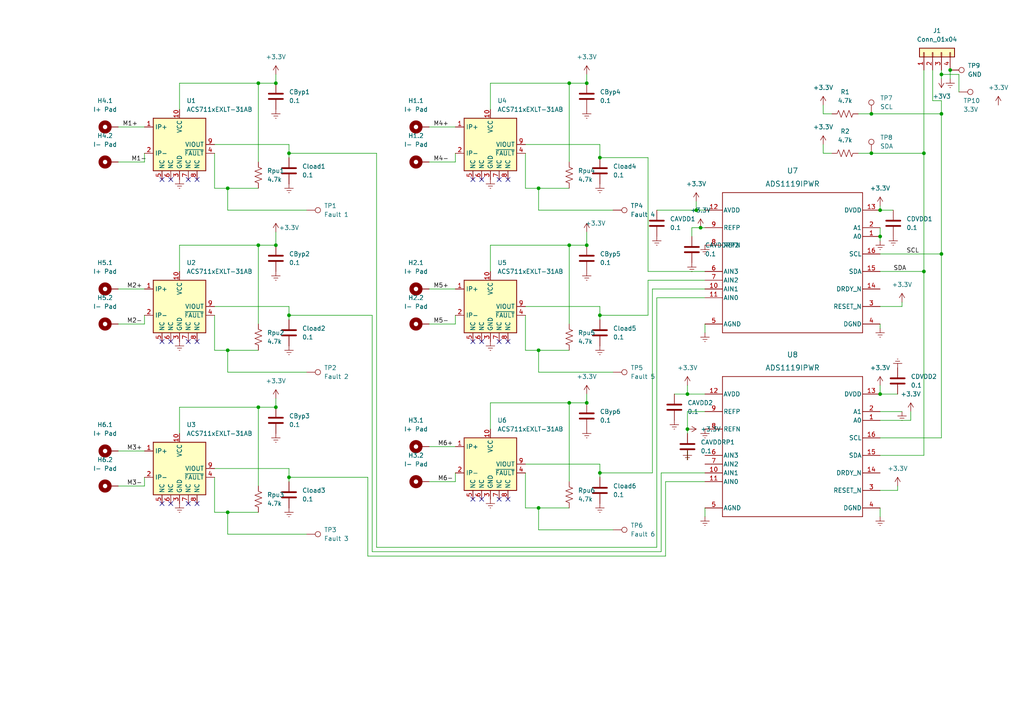
<source format=kicad_sch>
(kicad_sch (version 20230121) (generator eeschema)
  (paper "A4")
  (lib_symbols
    (symbol "+3.3V_1" (power) (pin_names (offset 0))
      (property "Value" "+3.3V_1" (at 0 3.556 0))
      (symbol "+3.3V_1_0_1"
        (polyline (pts (xy -0.762 1.27) (xy 0 2.54)))
        (polyline (pts (xy 0 0) (xy 0 2.54)))
        (polyline (pts (xy 0 2.54) (xy 0.762 1.27)))
      )
      (symbol "+3.3V_1_1_1"
        (pin power_in line (at 0 0 90) (length 0) hide (name "+3V3") (number "1"))
      )
    )
    (symbol "2023-10-21_17-11-10:ADS1119IPWR" (pin_names (offset 0.254))
      (property "Reference" "U" (at 0 2.54 0))
      (property "Value" "ADS1119IPWR" (at 0 0 0))
      (symbol "ADS1119IPWR_0_1"
        (polyline (pts (xy -20.32 -20.32) (xy 20.32 -20.32)) (stroke (width 0.2032)))
        (polyline (pts (xy -20.32 20.32) (xy -20.32 -20.32)) (stroke (width 0.2032)))
        (polyline (pts (xy 20.32 -20.32) (xy 20.32 20.32)) (stroke (width 0.2032)))
        (polyline (pts (xy 20.32 20.32) (xy -20.32 20.32)) (stroke (width 0.2032)))
        (pin input line (at 25.4 7.62 180) (length 5.08) (name "A0") (number "1"))
        (pin input line (at -25.4 -7.62 0) (length 5.08) (name "AIN1") (number "10"))
        (pin input line (at -25.4 -10.16 0) (length 5.08) (name "AIN0") (number "11"))
        (pin power_in line (at -25.4 15.24 0) (length 5.08) (name "AVDD") (number "12"))
        (pin power_in line (at 25.4 15.24 180) (length 5.08) (name "DVDD") (number "13"))
        (pin output line (at 25.4 -7.62 180) (length 5.08) (name "DRDY_N") (number "14"))
        (pin bidirectional line (at 25.4 -2.54 180) (length 5.08) (name "SDA") (number "15"))
        (pin input line (at 25.4 2.54 180) (length 5.08) (name "SCL") (number "16"))
        (pin input line (at 25.4 10.16 180) (length 5.08) (name "A1") (number "2"))
        (pin input line (at 25.4 -12.7 180) (length 5.08) (name "RESET_N") (number "3"))
        (pin power_in line (at 25.4 -17.78 180) (length 5.08) (name "DGND") (number "4"))
        (pin power_in line (at -25.4 -17.78 0) (length 5.08) (name "AGND") (number "5"))
        (pin input line (at -25.4 -2.54 0) (length 5.08) (name "AIN3") (number "6"))
        (pin input line (at -25.4 -5.08 0) (length 5.08) (name "AIN2") (number "7"))
        (pin input line (at -25.4 5.08 0) (length 5.08) (name "REFN") (number "8"))
        (pin input line (at -25.4 10.16 0) (length 5.08) (name "REFP") (number "9"))
      )
    )
    (symbol "Connector:TestPoint" (pin_numbers hide) (pin_names (offset 0.762) hide)
      (property "Reference" "TP" (at 0 6.858 0))
      (property "Value" "TestPoint" (at 0 5.08 0))
      (symbol "TestPoint_0_1"
        (circle (center 0 3.302) (radius 0.762))
      )
      (symbol "TestPoint_1_1"
        (pin passive line (at 0 0 90) (length 2.54) (name "1") (number "1"))
      )
    )
    (symbol "Connector_Generic:Conn_01x04" (pin_names (offset 1.016) hide)
      (property "Reference" "J" (at 0 5.08 0))
      (property "Value" "Conn_01x04" (at 0 -7.62 0))
      (symbol "Conn_01x04_1_1"
        (rectangle (start -1.27 -4.953) (end 0 -5.207) (stroke (width 0.1524)))
        (rectangle (start -1.27 -2.413) (end 0 -2.667) (stroke (width 0.1524)))
        (rectangle (start -1.27 0.127) (end 0 -0.127) (stroke (width 0.1524)))
        (rectangle (start -1.27 2.667) (end 0 2.413) (stroke (width 0.1524)))
        (rectangle (start -1.27 3.81) (end 1.27 -6.35) (stroke (width 0.254)) (fill (type background)))
        (pin passive line (at -5.08 2.54 0) (length 3.81) (name "Pin_1") (number "1"))
        (pin passive line (at -5.08 0 0) (length 3.81) (name "Pin_2") (number "2"))
        (pin passive line (at -5.08 -2.54 0) (length 3.81) (name "Pin_3") (number "3"))
        (pin passive line (at -5.08 -5.08 0) (length 3.81) (name "Pin_4") (number "4"))
      )
    )
    (symbol "Device:C" (pin_numbers hide) (pin_names (offset 0.254))
      (property "Reference" "C" (at 0.635 2.54 0))
      (property "Value" "C" (at 0.635 -2.54 0))
      (symbol "C_0_1"
        (polyline (pts (xy -2.032 -0.762) (xy 2.032 -0.762)) (stroke (width 0.508)))
        (polyline (pts (xy -2.032 0.762) (xy 2.032 0.762)) (stroke (width 0.508)))
      )
      (symbol "C_1_1"
        (pin passive line (at 0 3.81 270) (length 2.794) (name "~") (number "1"))
        (pin passive line (at 0 -3.81 90) (length 2.794) (name "~") (number "2"))
      )
    )
    (symbol "Device:R_US" (pin_numbers hide) (pin_names (offset 0))
      (property "Reference" "R" (at 2.54 0 90))
      (property "Value" "R_US" (at -2.54 0 90))
      (symbol "R_US_0_1"
        (polyline (pts (xy 0 -2.286) (xy 0 -2.54)))
        (polyline (pts (xy 0 2.286) (xy 0 2.54)))
        (polyline (pts (xy 0 -0.762) (xy 1.016 -1.143) (xy 0 -1.524) (xy -1.016 -1.905) (xy 0 -2.286)))
        (polyline (pts (xy 0 0.762) (xy 1.016 0.381) (xy 0 0) (xy -1.016 -0.381) (xy 0 -0.762)))
        (polyline (pts (xy 0 2.286) (xy 1.016 1.905) (xy 0 1.524) (xy -1.016 1.143) (xy 0 0.762)))
      )
      (symbol "R_US_1_1"
        (pin passive line (at 0 3.81 270) (length 1.27) (name "~") (number "1"))
        (pin passive line (at 0 -3.81 90) (length 1.27) (name "~") (number "2"))
      )
    )
    (symbol "Mechanical:MountingHole_Pad" (pin_numbers hide) (pin_names (offset 1.016) hide)
      (property "Reference" "H" (at 0 6.35 0))
      (property "Value" "MountingHole_Pad" (at 0 4.445 0))
      (symbol "MountingHole_Pad_0_1"
        (circle (center 0 1.27) (radius 1.27) (stroke (width 1.27)))
      )
      (symbol "MountingHole_Pad_1_1"
        (pin input line (at 0 -2.54 90) (length 2.54) (name "1") (number "1"))
      )
    )
    (symbol "Sensor_Current:ACS711xEXLT-31AB"
      (property "Reference" "U" (at 8.89 6.35 0))
      (property "Value" "ACS711xEXLT-31AB" (at 8.89 3.81 0))
      (symbol "ACS711xEXLT-31AB_0_1"
        (rectangle (start -7.62 7.62) (end 7.62 -7.62) (stroke (width 0.254)) (fill (type background)))
      )
      (symbol "ACS711xEXLT-31AB_1_1"
        (pin passive line (at -10.16 5.08 0) (length 2.54) (name "IP+") (number "1"))
        (pin power_in line (at 0 10.16 270) (length 2.54) (name "VCC") (number "10"))
        (pin passive line (at -10.16 -2.54 0) (length 2.54) (name "IP-") (number "2"))
        (pin power_in line (at 0 -10.16 90) (length 2.54) (name "GND") (number "3"))
        (pin output line (at 10.16 -2.54 180) (length 2.54) (name "~{FAULT}") (number "4"))
        (pin passive line (at -5.08 -10.16 90) (length 2.54) (name "NC") (number "5"))
        (pin passive line (at -2.54 -10.16 90) (length 2.54) (name "NC") (number "6"))
        (pin passive line (at 2.54 -10.16 90) (length 2.54) (name "NC") (number "7"))
        (pin passive line (at 5.08 -10.16 90) (length 2.54) (name "NC") (number "8"))
        (pin output line (at 10.16 0 180) (length 2.54) (name "VIOUT") (number "9"))
      )
    )
    (symbol "power:+3.3V" (power) (pin_names (offset 0))
      (property "Value" "+3.3V" (at 0 3.556 0))
      (symbol "+3.3V_0_1"
        (polyline (pts (xy -0.762 1.27) (xy 0 2.54)))
        (polyline (pts (xy 0 0) (xy 0 2.54)))
        (polyline (pts (xy 0 2.54) (xy 0.762 1.27)))
      )
      (symbol "+3.3V_1_1"
        (pin power_in line (at 0 0 90) (length 0) hide (name "+3.3V") (number "1"))
      )
    )
    (symbol "power:Earth" (power) (pin_names (offset 0))
      (symbol "Earth_0_1"
        (polyline (pts (xy -0.635 -1.905) (xy 0.635 -1.905)))
        (polyline (pts (xy -0.127 -2.54) (xy 0.127 -2.54)))
        (polyline (pts (xy 0 -1.27) (xy 0 0)))
        (polyline (pts (xy 1.27 -1.27) (xy -1.27 -1.27)))
      )
      (symbol "Earth_1_1"
        (pin power_in line (at 0 0 270) (length 0) hide (name "Earth") (number "1"))
      )
    )
  )
  (junction (at 201.93 60.96))
  (junction (at 267.97 44.45))
  (junction (at 273.05 33.02))
  (junction (at 80.01 118.11))
  (junction (at 156.21 54.61))
  (junction (at 165.1 24.13))
  (junction (at 275.59 20.32))
  (junction (at 83.82 91.44))
  (junction (at 83.82 44.45))
  (junction (at 66.04 101.6))
  (junction (at 74.93 71.12))
  (junction (at 173.99 45.72))
  (junction (at 165.1 116.84))
  (junction (at 165.1 71.12))
  (junction (at 273.05 73.66))
  (junction (at 252.73 33.02))
  (junction (at 255.27 60.96))
  (junction (at 267.97 78.74))
  (junction (at 173.99 137.16))
  (junction (at 83.82 138.43))
  (junction (at 199.39 114.3))
  (junction (at 173.99 91.44))
  (junction (at 170.18 116.84))
  (junction (at 74.93 24.13))
  (junction (at 255.27 68.58))
  (junction (at 199.39 124.46))
  (junction (at 255.27 114.3))
  (junction (at 203.2 66.04))
  (junction (at 170.18 71.12))
  (junction (at 80.01 24.13))
  (junction (at 66.04 148.59))
  (junction (at 74.93 118.11))
  (junction (at 170.18 24.13))
  (junction (at 80.01 71.12))
  (junction (at 156.21 147.32))
  (junction (at 252.73 44.45))
  (junction (at 66.04 54.61))
  (junction (at 273.05 21.59))
  (junction (at 156.21 101.6))
  (no_connect (at 57.15 146.05))
  (no_connect (at 139.7 99.06))
  (no_connect (at 147.32 52.07))
  (no_connect (at 46.99 146.05))
  (no_connect (at 49.53 99.06))
  (no_connect (at 137.16 99.06))
  (no_connect (at 54.61 146.05))
  (no_connect (at 147.32 99.06))
  (no_connect (at 137.16 144.78))
  (no_connect (at 144.78 144.78))
  (no_connect (at 139.7 52.07))
  (no_connect (at 54.61 52.07))
  (no_connect (at 139.7 144.78))
  (no_connect (at 49.53 52.07))
  (no_connect (at 147.32 144.78))
  (no_connect (at 57.15 52.07))
  (no_connect (at 49.53 146.05))
  (no_connect (at 137.16 52.07))
  (no_connect (at 46.99 99.06))
  (no_connect (at 57.15 99.06))
  (no_connect (at 54.61 99.06))
  (no_connect (at 144.78 99.06))
  (no_connect (at 144.78 52.07))
  (no_connect (at 46.99 52.07))
  (wire (pts (xy 238.76 41.91) (xy 238.76 44.45)))
  (wire (pts (xy 52.07 71.12) (xy 74.93 71.12)))
  (wire (pts (xy 74.93 71.12) (xy 74.93 93.98)))
  (wire (pts (xy 255.27 114.3) (xy 260.35 114.3)))
  (wire (pts (xy 152.4 44.45) (xy 152.4 54.61)))
  (wire (pts (xy 66.04 154.94) (xy 88.9 154.94)))
  (wire (pts (xy 255.27 147.32) (xy 255.27 149.86)))
  (wire (pts (xy 52.07 118.11) (xy 74.93 118.11)))
  (wire (pts (xy 273.05 29.21) (xy 270.51 29.21)))
  (wire (pts (xy 170.18 67.31) (xy 170.18 71.12)))
  (wire (pts (xy 83.82 44.45) (xy 109.22 44.45)))
  (wire (pts (xy 106.68 161.29) (xy 193.04 161.29)))
  (wire (pts (xy 173.99 134.62) (xy 173.99 137.16)))
  (wire (pts (xy 260.35 142.24) (xy 260.35 140.97)))
  (wire (pts (xy 273.05 127) (xy 273.05 73.66)))
  (wire (pts (xy 204.47 119.38) (xy 199.39 119.38)))
  (wire (pts (xy 273.05 73.66) (xy 273.05 33.02)))
  (wire (pts (xy 124.46 83.82) (xy 132.08 83.82)))
  (wire (pts (xy 170.18 114.3) (xy 170.18 116.84)))
  (wire (pts (xy 173.99 137.16) (xy 189.23 137.16)))
  (wire (pts (xy 34.29 36.83) (xy 41.91 36.83)))
  (wire (pts (xy 199.39 119.38) (xy 199.39 124.46)))
  (wire (pts (xy 62.23 101.6) (xy 66.04 101.6)))
  (wire (pts (xy 66.04 60.96) (xy 88.9 60.96)))
  (wire (pts (xy 187.96 78.74) (xy 204.47 78.74)))
  (wire (pts (xy 83.82 138.43) (xy 83.82 139.7)))
  (wire (pts (xy 261.62 88.9) (xy 261.62 87.63)))
  (wire (pts (xy 201.93 58.42) (xy 201.93 60.96)))
  (wire (pts (xy 62.23 88.9) (xy 83.82 88.9)))
  (wire (pts (xy 124.46 36.83) (xy 132.08 36.83)))
  (wire (pts (xy 109.22 158.75) (xy 190.5 158.75)))
  (wire (pts (xy 156.21 54.61) (xy 165.1 54.61)))
  (wire (pts (xy 204.47 93.98) (xy 204.47 96.52)))
  (wire (pts (xy 83.82 135.89) (xy 83.82 138.43)))
  (wire (pts (xy 106.68 138.43) (xy 106.68 161.29)))
  (wire (pts (xy 52.07 125.73) (xy 52.07 118.11)))
  (wire (pts (xy 34.29 46.99) (xy 41.91 46.99)))
  (wire (pts (xy 52.07 24.13) (xy 74.93 24.13)))
  (wire (pts (xy 66.04 148.59) (xy 74.93 148.59)))
  (wire (pts (xy 203.2 66.04) (xy 200.66 66.04)))
  (wire (pts (xy 83.82 88.9) (xy 83.82 91.44)))
  (wire (pts (xy 255.27 93.98) (xy 255.27 95.25)))
  (wire (pts (xy 252.73 44.45) (xy 267.97 44.45)))
  (wire (pts (xy 248.92 33.02) (xy 252.73 33.02)))
  (wire (pts (xy 191.77 160.02) (xy 191.77 137.16)))
  (wire (pts (xy 156.21 153.67) (xy 177.8 153.67)))
  (wire (pts (xy 270.51 20.32) (xy 270.51 29.21)))
  (wire (pts (xy 52.07 78.74) (xy 52.07 71.12)))
  (wire (pts (xy 62.23 54.61) (xy 66.04 54.61)))
  (wire (pts (xy 152.4 147.32) (xy 156.21 147.32)))
  (wire (pts (xy 255.27 73.66) (xy 273.05 73.66)))
  (wire (pts (xy 255.27 88.9) (xy 261.62 88.9)))
  (wire (pts (xy 187.96 91.44) (xy 187.96 81.28)))
  (wire (pts (xy 238.76 33.02) (xy 238.76 30.48)))
  (wire (pts (xy 195.58 114.3) (xy 199.39 114.3)))
  (wire (pts (xy 152.4 88.9) (xy 173.99 88.9)))
  (wire (pts (xy 74.93 24.13) (xy 80.01 24.13)))
  (wire (pts (xy 204.47 66.04) (xy 203.2 66.04)))
  (wire (pts (xy 199.39 124.46) (xy 199.39 125.73)))
  (wire (pts (xy 165.1 71.12) (xy 165.1 93.98)))
  (wire (pts (xy 255.27 68.58) (xy 255.27 69.85)))
  (wire (pts (xy 83.82 41.91) (xy 83.82 44.45)))
  (wire (pts (xy 173.99 88.9) (xy 173.99 91.44)))
  (wire (pts (xy 156.21 101.6) (xy 156.21 107.95)))
  (wire (pts (xy 52.07 31.75) (xy 52.07 24.13)))
  (wire (pts (xy 273.05 22.86) (xy 273.05 21.59)))
  (wire (pts (xy 142.24 71.12) (xy 165.1 71.12)))
  (wire (pts (xy 173.99 91.44) (xy 187.96 91.44)))
  (wire (pts (xy 152.4 91.44) (xy 152.4 101.6)))
  (wire (pts (xy 252.73 33.02) (xy 273.05 33.02)))
  (wire (pts (xy 74.93 71.12) (xy 80.01 71.12)))
  (wire (pts (xy 156.21 147.32) (xy 165.1 147.32)))
  (wire (pts (xy 62.23 44.45) (xy 62.23 54.61)))
  (wire (pts (xy 170.18 21.59) (xy 170.18 24.13)))
  (wire (pts (xy 62.23 138.43) (xy 62.23 148.59)))
  (wire (pts (xy 34.29 93.98) (xy 41.91 93.98)))
  (wire (pts (xy 152.4 54.61) (xy 156.21 54.61)))
  (wire (pts (xy 152.4 41.91) (xy 173.99 41.91)))
  (wire (pts (xy 189.23 137.16) (xy 189.23 83.82)))
  (wire (pts (xy 241.3 33.02) (xy 238.76 33.02)))
  (wire (pts (xy 204.47 147.32) (xy 204.47 149.86)))
  (wire (pts (xy 83.82 91.44) (xy 107.95 91.44)))
  (wire (pts (xy 255.27 59.69) (xy 255.27 60.96)))
  (wire (pts (xy 41.91 91.44) (xy 41.91 93.98)))
  (wire (pts (xy 267.97 44.45) (xy 267.97 78.74)))
  (wire (pts (xy 132.08 44.45) (xy 132.08 46.99)))
  (wire (pts (xy 165.1 24.13) (xy 170.18 24.13)))
  (wire (pts (xy 66.04 107.95) (xy 88.9 107.95)))
  (wire (pts (xy 173.99 41.91) (xy 173.99 45.72)))
  (wire (pts (xy 255.27 66.04) (xy 255.27 68.58)))
  (wire (pts (xy 255.27 60.96) (xy 259.08 60.96)))
  (wire (pts (xy 199.39 111.76) (xy 199.39 114.3)))
  (wire (pts (xy 273.05 33.02) (xy 273.05 29.21)))
  (wire (pts (xy 273.05 21.59) (xy 273.05 20.32)))
  (wire (pts (xy 156.21 147.32) (xy 156.21 153.67)))
  (wire (pts (xy 264.16 119.38) (xy 264.16 121.92)))
  (wire (pts (xy 255.27 121.92) (xy 264.16 121.92)))
  (wire (pts (xy 142.24 31.75) (xy 142.24 24.13)))
  (wire (pts (xy 200.66 66.04) (xy 200.66 68.58)))
  (wire (pts (xy 41.91 138.43) (xy 41.91 140.97)))
  (wire (pts (xy 74.93 118.11) (xy 80.01 118.11)))
  (wire (pts (xy 132.08 91.44) (xy 132.08 93.98)))
  (wire (pts (xy 248.92 44.45) (xy 252.73 44.45)))
  (wire (pts (xy 66.04 54.61) (xy 74.93 54.61)))
  (wire (pts (xy 156.21 107.95) (xy 177.8 107.95)))
  (wire (pts (xy 193.04 161.29) (xy 193.04 139.7)))
  (wire (pts (xy 191.77 137.16) (xy 204.47 137.16)))
  (wire (pts (xy 156.21 54.61) (xy 156.21 60.96)))
  (wire (pts (xy 255.27 127) (xy 273.05 127)))
  (wire (pts (xy 255.27 132.08) (xy 267.97 132.08)))
  (wire (pts (xy 278.13 21.59) (xy 273.05 21.59)))
  (wire (pts (xy 165.1 71.12) (xy 170.18 71.12)))
  (wire (pts (xy 156.21 60.96) (xy 177.8 60.96)))
  (wire (pts (xy 199.39 133.35) (xy 199.39 130.81)))
  (wire (pts (xy 255.27 119.38) (xy 261.62 119.38)))
  (wire (pts (xy 132.08 137.16) (xy 132.08 139.7)))
  (wire (pts (xy 142.24 124.46) (xy 142.24 116.84)))
  (wire (pts (xy 187.96 45.72) (xy 187.96 78.74)))
  (wire (pts (xy 255.27 142.24) (xy 260.35 142.24)))
  (wire (pts (xy 142.24 24.13) (xy 165.1 24.13)))
  (wire (pts (xy 66.04 54.61) (xy 66.04 60.96)))
  (wire (pts (xy 109.22 158.75) (xy 109.22 44.45)))
  (wire (pts (xy 189.23 83.82) (xy 204.47 83.82)))
  (wire (pts (xy 156.21 101.6) (xy 165.1 101.6)))
  (wire (pts (xy 62.23 41.91) (xy 83.82 41.91)))
  (wire (pts (xy 124.46 139.7) (xy 132.08 139.7)))
  (wire (pts (xy 107.95 91.44) (xy 107.95 160.02)))
  (wire (pts (xy 80.01 67.31) (xy 80.01 71.12)))
  (wire (pts (xy 173.99 137.16) (xy 173.99 138.43)))
  (wire (pts (xy 201.93 60.96) (xy 204.47 60.96)))
  (wire (pts (xy 62.23 91.44) (xy 62.23 101.6)))
  (wire (pts (xy 152.4 101.6) (xy 156.21 101.6)))
  (wire (pts (xy 124.46 46.99) (xy 132.08 46.99)))
  (wire (pts (xy 165.1 24.13) (xy 165.1 46.99)))
  (wire (pts (xy 255.27 111.76) (xy 255.27 114.3)))
  (wire (pts (xy 241.3 44.45) (xy 238.76 44.45)))
  (wire (pts (xy 255.27 78.74) (xy 267.97 78.74)))
  (wire (pts (xy 66.04 101.6) (xy 66.04 107.95)))
  (wire (pts (xy 34.29 130.81) (xy 41.91 130.81)))
  (wire (pts (xy 124.46 93.98) (xy 132.08 93.98)))
  (wire (pts (xy 165.1 116.84) (xy 165.1 139.7)))
  (wire (pts (xy 66.04 101.6) (xy 74.93 101.6)))
  (wire (pts (xy 267.97 78.74) (xy 267.97 132.08)))
  (wire (pts (xy 190.5 60.96) (xy 201.93 60.96)))
  (wire (pts (xy 80.01 115.57) (xy 80.01 118.11)))
  (wire (pts (xy 34.29 83.82) (xy 41.91 83.82)))
  (wire (pts (xy 107.95 160.02) (xy 191.77 160.02)))
  (wire (pts (xy 193.04 139.7) (xy 204.47 139.7)))
  (wire (pts (xy 278.13 26.67) (xy 278.13 21.59)))
  (wire (pts (xy 152.4 137.16) (xy 152.4 147.32)))
  (wire (pts (xy 275.59 22.86) (xy 275.59 20.32)))
  (wire (pts (xy 83.82 91.44) (xy 83.82 92.71)))
  (wire (pts (xy 173.99 91.44) (xy 173.99 92.71)))
  (wire (pts (xy 190.5 86.36) (xy 204.47 86.36)))
  (wire (pts (xy 62.23 135.89) (xy 83.82 135.89)))
  (wire (pts (xy 190.5 158.75) (xy 190.5 86.36)))
  (wire (pts (xy 34.29 140.97) (xy 41.91 140.97)))
  (wire (pts (xy 142.24 116.84) (xy 165.1 116.84)))
  (wire (pts (xy 187.96 81.28) (xy 204.47 81.28)))
  (wire (pts (xy 83.82 44.45) (xy 83.82 45.72)))
  (wire (pts (xy 152.4 134.62) (xy 173.99 134.62)))
  (wire (pts (xy 41.91 44.45) (xy 41.91 46.99)))
  (wire (pts (xy 173.99 45.72) (xy 187.96 45.72)))
  (wire (pts (xy 66.04 148.59) (xy 66.04 154.94)))
  (wire (pts (xy 165.1 116.84) (xy 170.18 116.84)))
  (wire (pts (xy 74.93 118.11) (xy 74.93 140.97)))
  (wire (pts (xy 80.01 21.59) (xy 80.01 24.13)))
  (wire (pts (xy 74.93 24.13) (xy 74.93 46.99)))
  (wire (pts (xy 83.82 138.43) (xy 106.68 138.43)))
  (wire (pts (xy 142.24 78.74) (xy 142.24 71.12)))
  (wire (pts (xy 199.39 114.3) (xy 204.47 114.3)))
  (wire (pts (xy 62.23 148.59) (xy 66.04 148.59)))
  (wire (pts (xy 267.97 20.32) (xy 267.97 44.45)))
  (wire (pts (xy 124.46 129.54) (xy 132.08 129.54)))
  (label "M4-" (at 125.73 46.99 0))
  (label "M4+" (at 125.73 36.83 0))
  (label "M6-" (at 127 139.7 0))
  (label "M5-" (at 125.73 93.98 0))
  (label "SCL" (at 262.89 73.66 0))
  (label "M1+" (at 35.56 36.83 0))
  (label "M5+" (at 125.73 83.82 0))
  (label "M3-" (at 36.83 140.97 0))
  (label "M6+" (at 127 129.54 0))
  (label "M2+" (at 36.83 83.82 0))
  (label "SDA" (at 262.89 78.74 180))
  (label "M3+" (at 36.83 130.81 0))
  (label "M1-" (at 38.1 46.99 0))
  (label "M2-" (at 36.83 93.98 0))
  (symbol (lib_id "Sensor_Current:ACS711xEXLT-31AB") (at 52.07 88.9 0) (unit 1)
    (property "Reference" "U2" (at 54.0894 76.2 0) (effects (justify left)))
    (property "Value" "ACS711xEXLT-31AB" (at 54.0894 78.74 0) (effects (justify left)))
    (property "Footprint" "Sensor_Current:Allegro_QFN-12-10-1EP_3x3mm_P0.5mm" (effects hide))
    (property "Datasheet" "http://www.allegromicro.com/~/Media/Files/Datasheets/ACS711-Datasheet.ashx" (effects hide))
  )
  (symbol (lib_id "power:Earth") (at 255.27 95.25 0) (unit 1)
    (property "Reference" "#PWR0133" (effects hide))
    (property "Value" "Earth" (effects hide))
  )
  (symbol (lib_id "power:Earth") (at 204.47 149.86 0) (unit 1)
    (property "Reference" "#PWR0141" (effects hide))
    (property "Value" "Earth" (effects hide))
  )
  (symbol (lib_id "Mechanical:MountingHole_Pad") (at 31.75 93.98 90) (unit 1)
    (property "Reference" "H5.2" (at 30.48 86.36 90))
    (property "Value" "I- Pad" (at 30.48 88.9 90))
    (property "Footprint" "Connector_Wire:SolderWire-0.25sqmm_1x01_D0.65mm_OD2mm" (effects hide))
  )
  (symbol (lib_id "Device:C") (at 259.08 64.77 0) (unit 1)
    (property "Reference" "CDVDD1" (at 262.89 63.4999 0) (effects (justify left)))
    (property "Value" "0.1" (at 262.89 66.0399 0) (effects (justify left)))
    (property "Footprint" "Capacitor_SMD:C_0805_2012Metric_Pad1.18x1.45mm_HandSolder" (effects hide))
  )
  (symbol (lib_id "power:Earth") (at 190.5 68.58 0) (unit 1)
    (property "Reference" "#PWR0129" (effects hide))
    (property "Value" "Earth" (effects hide))
  )
  (symbol (lib_id "power:Earth") (at 52.07 52.07 0) (unit 1)
    (property "Reference" "#PWR0101" (effects hide))
    (property "Value" "Earth" (effects hide))
  )
  (symbol (lib_id "power:Earth") (at 170.18 78.74 0) (unit 1)
    (property "Reference" "#PWR0123" (effects hide))
    (property "Value" "Earth" (effects hide))
  )
  (symbol (lib_id "Mechanical:MountingHole_Pad") (at 121.92 83.82 90) (unit 1)
    (property "Reference" "H2.1" (at 120.65 76.2 90))
    (property "Value" "I+ Pad" (at 120.65 78.74 90))
    (property "Footprint" "Connector_Wire:SolderWire-0.25sqmm_1x01_D0.65mm_OD2mm" (effects hide))
  )
  (symbol (lib_id "power:Earth") (at 80.01 78.74 0) (unit 1)
    (property "Reference" "#PWR0107" (effects hide))
    (property "Value" "Earth" (effects hide))
  )
  (symbol (lib_id "power:Earth") (at 52.07 146.05 0) (unit 1)
    (property "Reference" "#PWR0109" (effects hide))
    (property "Value" "Earth" (effects hide))
  )
  (symbol (lib_id "Device:C") (at 199.39 129.54 0) (unit 1)
    (property "Reference" "CAVDDRP1" (at 203.2 128.2699 0) (effects (justify left)))
    (property "Value" "0.1" (at 203.2 130.8099 0) (effects (justify left)))
    (property "Footprint" "Capacitor_SMD:C_0805_2012Metric_Pad1.18x1.45mm_HandSolder" (effects hide))
  )
  (symbol (lib_id "Connector:TestPoint") (at 278.13 26.67 270) (unit 1)
    (property "Reference" "TP10" (at 279.4 29.21 90) (effects (justify left)))
    (property "Value" "3.3V" (at 279.4 31.75 90) (effects (justify left)))
    (property "Footprint" "Connector_Wire:SolderWire-0.1sqmm_1x01_D0.4mm_OD1mm" (effects hide))
  )
  (symbol (lib_id "Mechanical:MountingHole_Pad") (at 121.92 93.98 90) (unit 1)
    (property "Reference" "H2.2" (at 120.65 86.36 90))
    (property "Value" "I- Pad" (at 120.65 88.9 90))
    (property "Footprint" "Connector_Wire:SolderWire-0.25sqmm_1x01_D0.65mm_OD2mm" (effects hide))
  )
  (symbol (lib_id "power:+3.3V") (at 170.18 21.59 0) (unit 1)
    (property "Reference" "#PWR0114" (effects hide))
    (property "Value" "+3.3V" (at 170.18 16.51 0))
  )
  (symbol (lib_id "Device:C") (at 80.01 121.92 0) (unit 1)
    (property "Reference" "CByp3" (at 83.82 120.6499 0) (effects (justify left)))
    (property "Value" "0.1" (at 83.82 123.1899 0) (effects (justify left)))
    (property "Footprint" "Capacitor_SMD:C_0805_2012Metric_Pad1.18x1.45mm_HandSolder" (effects hide))
  )
  (symbol (lib_id "power:+3.3V") (at 289.56 30.48 0) (unit 1)
    (property "Reference" "#PWR01" (effects hide))
    (property "Value" "+3.3V" (at 289.56 25.4 0))
  )
  (symbol (lib_id "power:+3.3V") (at 80.01 67.31 0) (unit 1)
    (property "Reference" "#PWR0106" (effects hide))
    (property "Value" "+3.3V" (at 83.82 66.04 0))
  )
  (symbol (lib_id "Device:R_US") (at 74.93 97.79 0) (unit 1)
    (property "Reference" "Rpu2" (at 77.47 96.5199 0) (effects (justify left)))
    (property "Value" "4.7k" (at 77.47 99.0599 0) (effects (justify left)))
    (property "Footprint" "Resistor_SMD:R_0805_2012Metric_Pad1.20x1.40mm_HandSolder" (effects hide))
  )
  (symbol (lib_id "power:+3.3V") (at 238.76 41.91 0) (unit 1)
    (property "Reference" "#PWR0127" (effects hide))
    (property "Value" "+3.3V" (at 238.76 36.83 0))
  )
  (symbol (lib_id "Mechanical:MountingHole_Pad") (at 31.75 46.99 90) (unit 1)
    (property "Reference" "H4.2" (at 30.48 39.37 90))
    (property "Value" "I- Pad" (at 30.48 41.91 90))
    (property "Footprint" "Connector_Wire:SolderWire-0.25sqmm_1x01_D0.65mm_OD2mm" (effects hide))
  )
  (symbol (lib_id "power:Earth") (at 142.24 99.06 0) (unit 1)
    (property "Reference" "#PWR0118" (effects hide))
    (property "Value" "Earth" (effects hide))
  )
  (symbol (lib_id "power:Earth") (at 260.35 106.68 180) (unit 1)
    (property "Reference" "#PWR0142" (effects hide))
    (property "Value" "Earth" (effects hide))
  )
  (symbol (lib_id "power:Earth") (at 173.99 53.34 0) (unit 1)
    (property "Reference" "#PWR0122" (effects hide))
    (property "Value" "Earth" (effects hide))
  )
  (symbol (lib_id "Sensor_Current:ACS711xEXLT-31AB") (at 52.07 135.89 0) (unit 1)
    (property "Reference" "U3" (at 54.0894 123.19 0) (effects (justify left)))
    (property "Value" "ACS711xEXLT-31AB" (at 54.0894 125.73 0) (effects (justify left)))
    (property "Footprint" "Sensor_Current:Allegro_QFN-12-10-1EP_3x3mm_P0.5mm" (effects hide))
    (property "Datasheet" "http://www.allegromicro.com/~/Media/Files/Datasheets/ACS711-Datasheet.ashx" (effects hide))
  )
  (symbol (lib_id "Device:C") (at 170.18 120.65 0) (unit 1)
    (property "Reference" "CByp6" (at 173.99 119.3799 0) (effects (justify left)))
    (property "Value" "0.1" (at 173.99 121.9199 0) (effects (justify left)))
    (property "Footprint" "Capacitor_SMD:C_0805_2012Metric_Pad1.18x1.45mm_HandSolder" (effects hide))
  )
  (symbol (lib_id "Device:C") (at 83.82 49.53 0) (unit 1)
    (property "Reference" "Cload1" (at 87.63 48.2599 0) (effects (justify left)))
    (property "Value" "0.1" (at 87.63 50.7999 0) (effects (justify left)))
    (property "Footprint" "Capacitor_SMD:C_0805_2012Metric_Pad1.18x1.45mm_HandSolder" (effects hide))
  )
  (symbol (lib_id "power:+3.3V") (at 238.76 30.48 0) (unit 1)
    (property "Reference" "#PWR0130" (effects hide))
    (property "Value" "+3.3V" (at 238.76 25.4 0))
  )
  (symbol (lib_id "power:Earth") (at 199.39 130.81 0) (unit 1)
    (property "Reference" "#PWR0148" (effects hide))
    (property "Value" "Earth" (effects hide))
  )
  (symbol (lib_id "Mechanical:MountingHole_Pad") (at 31.75 130.81 90) (unit 1)
    (property "Reference" "H6.1" (at 30.48 123.19 90))
    (property "Value" "I+ Pad" (at 30.48 125.73 90))
    (property "Footprint" "Connector_Wire:SolderWire-0.25sqmm_1x01_D0.65mm_OD2mm" (effects hide))
  )
  (symbol (lib_id "Connector:TestPoint") (at 275.59 20.32 270) (unit 1)
    (property "Reference" "TP9" (at 280.67 19.05 90) (effects (justify left)))
    (property "Value" "GND" (at 280.67 21.59 90) (effects (justify left)))
    (property "Footprint" "Connector_Wire:SolderWire-0.1sqmm_1x01_D0.4mm_OD1mm" (effects hide))
  )
  (symbol (lib_id "power:+3.3V") (at 261.62 87.63 0) (unit 1)
    (property "Reference" "#PWR0135" (effects hide))
    (property "Value" "+3.3V" (at 261.62 82.55 0))
  )
  (symbol (lib_id "power:Earth") (at 195.58 121.92 0) (unit 1)
    (property "Reference" "#PWR0136" (effects hide))
    (property "Value" "Earth" (effects hide))
  )
  (symbol (lib_id "power:Earth") (at 204.47 96.52 0) (unit 1)
    (property "Reference" "#PWR0138" (effects hide))
    (property "Value" "Earth" (effects hide))
  )
  (symbol (lib_id "Mechanical:MountingHole_Pad") (at 31.75 83.82 90) (unit 1)
    (property "Reference" "H5.1" (at 30.48 76.2 90))
    (property "Value" "I+ Pad" (at 30.48 78.74 90))
    (property "Footprint" "Connector_Wire:SolderWire-0.25sqmm_1x01_D0.65mm_OD2mm" (effects hide))
  )
  (symbol (lib_id "Device:C") (at 200.66 72.39 0) (unit 1)
    (property "Reference" "CAVDDRP2" (at 204.47 71.1199 0) (effects (justify left)))
    (property "Value" "0.1" (at 204.47 73.6599 0) (effects (justify left)))
    (property "Footprint" "Capacitor_SMD:C_0805_2012Metric_Pad1.18x1.45mm_HandSolder" (effects hide))
  )
  (symbol (lib_id "power:Earth") (at 255.27 149.86 0) (unit 1)
    (property "Reference" "#PWR0126" (effects hide))
    (property "Value" "Earth" (effects hide))
  )
  (symbol (lib_id "power:Earth") (at 173.99 100.33 0) (unit 1)
    (property "Reference" "#PWR0117" (effects hide))
    (property "Value" "Earth" (effects hide))
  )
  (symbol (lib_id "power:+3.3V") (at 203.2 66.04 0) (unit 1)
    (property "Reference" "#PWR0150" (effects hide))
    (property "Value" "+3.3V" (at 203.2 60.96 0))
  )
  (symbol (lib_id "power:Earth") (at 83.82 100.33 0) (unit 1)
    (property "Reference" "#PWR0104" (effects hide))
    (property "Value" "Earth" (effects hide))
  )
  (symbol (lib_id "Device:C") (at 170.18 27.94 0) (unit 1)
    (property "Reference" "CByp4" (at 173.99 26.6699 0) (effects (justify left)))
    (property "Value" "0.1" (at 173.99 29.2099 0) (effects (justify left)))
    (property "Footprint" "Capacitor_SMD:C_0805_2012Metric_Pad1.18x1.45mm_HandSolder" (effects hide))
  )
  (symbol (lib_id "Mechanical:MountingHole_Pad") (at 121.92 129.54 90) (unit 1)
    (property "Reference" "H3.1" (at 120.65 121.92 90))
    (property "Value" "I+ Pad" (at 120.65 124.46 90))
    (property "Footprint" "Connector_Wire:SolderWire-0.25sqmm_1x01_D0.65mm_OD2mm" (effects hide))
  )
  (symbol (lib_name "+3.3V_1") (lib_id "power:+3.3V") (at 273.05 22.86 180) (unit 1)
    (property "Reference" "#PWR0144" (effects hide))
    (property "Value" "+3.3V" (at 270.51 27.94 0) (effects (justify right)))
  )
  (symbol (lib_id "power:Earth") (at 170.18 124.46 0) (unit 1)
    (property "Reference" "#PWR0119" (effects hide))
    (property "Value" "Earth" (effects hide))
  )
  (symbol (lib_id "Device:R_US") (at 165.1 143.51 0) (unit 1)
    (property "Reference" "Rpu6" (at 167.64 142.2399 0) (effects (justify left)))
    (property "Value" "4.7k" (at 167.64 144.7799 0) (effects (justify left)))
    (property "Footprint" "Resistor_SMD:R_0805_2012Metric_Pad1.20x1.40mm_HandSolder" (effects hide))
  )
  (symbol (lib_id "power:Earth") (at 259.08 68.58 0) (unit 1)
    (property "Reference" "#PWR0131" (effects hide))
    (property "Value" "Earth" (effects hide))
  )
  (symbol (lib_id "Connector:TestPoint") (at 252.73 33.02 0) (unit 1)
    (property "Reference" "TP7" (at 255.27 28.448 0) (effects (justify left)))
    (property "Value" "SCL" (at 255.27 30.988 0) (effects (justify left)))
    (property "Footprint" "Connector_Wire:SolderWire-0.1sqmm_1x01_D0.4mm_OD1mm" (effects hide))
  )
  (symbol (lib_id "Mechanical:MountingHole_Pad") (at 121.92 139.7 90) (unit 1)
    (property "Reference" "H3.2" (at 120.65 132.08 90))
    (property "Value" "I- Pad" (at 120.65 134.62 90))
    (property "Footprint" "Connector_Wire:SolderWire-0.25sqmm_1x01_D0.65mm_OD2mm" (effects hide))
  )
  (symbol (lib_id "2023-10-21_17-11-10:ADS1119IPWR") (at 229.87 129.54 0) (unit 1)
    (property "Reference" "U8" (at 229.87 102.87 0) (effects (font (size 1.524 1.524))))
    (property "Value" "ADS1119IPWR" (at 229.87 106.68 0) (effects (font (size 1.524 1.524))))
    (property "Footprint" "Package_SO:TSSOP-16_4.4x5mm_P0.65mm" (effects hide))
    (property "Datasheet" "ADS1119IPWR" (effects hide))
  )
  (symbol (lib_id "power:Earth") (at 255.27 69.85 0) (unit 1)
    (property "Reference" "#PWR0143" (effects hide))
    (property "Value" "Earth" (effects hide))
  )
  (symbol (lib_id "Device:R_US") (at 74.93 144.78 0) (unit 1)
    (property "Reference" "Rpu3" (at 77.47 143.5099 0) (effects (justify left)))
    (property "Value" "4.7k" (at 77.47 146.0499 0) (effects (justify left)))
    (property "Footprint" "Resistor_SMD:R_0805_2012Metric_Pad1.20x1.40mm_HandSolder" (effects hide))
  )
  (symbol (lib_id "power:+3.3V") (at 170.18 114.3 0) (unit 1)
    (property "Reference" "#PWR0120" (effects hide))
    (property "Value" "+3.3V" (at 170.18 109.22 0))
  )
  (symbol (lib_id "Connector_Generic:Conn_01x04") (at 270.51 15.24 90) (unit 1)
    (property "Reference" "J1" (at 271.78 8.89 90))
    (property "Value" "Conn_01x04" (at 271.78 11.43 90))
    (property "Footprint" "Connector_JST:JST_XH_S4B-XH-A_1x04_P2.50mm_Horizontal" (effects hide))
  )
  (symbol (lib_id "Connector:TestPoint") (at 88.9 60.96 270) (unit 1)
    (property "Reference" "TP1" (at 93.98 59.6899 90) (effects (justify left)))
    (property "Value" "Fault 1" (at 93.98 62.2299 90) (effects (justify left)))
    (property "Footprint" "Connector_Wire:SolderWire-0.1sqmm_1x01_D0.4mm_OD1mm" (effects hide))
  )
  (symbol (lib_id "Device:R_US") (at 74.93 50.8 0) (unit 1)
    (property "Reference" "Rpu1" (at 77.47 49.5299 0) (effects (justify left)))
    (property "Value" "4.7k" (at 77.47 52.0699 0) (effects (justify left)))
    (property "Footprint" "Resistor_SMD:R_0805_2012Metric_Pad1.20x1.40mm_HandSolder" (effects hide))
  )
  (symbol (lib_id "Connector:TestPoint") (at 88.9 107.95 270) (unit 1)
    (property "Reference" "TP2" (at 93.98 106.6799 90) (effects (justify left)))
    (property "Value" "Fault 2" (at 93.98 109.2199 90) (effects (justify left)))
    (property "Footprint" "Connector_Wire:SolderWire-0.1sqmm_1x01_D0.4mm_OD1mm" (effects hide))
  )
  (symbol (lib_id "power:Earth") (at 261.62 119.38 0) (unit 1)
    (property "Reference" "#PWR0132" (effects hide))
    (property "Value" "Earth" (effects hide))
  )
  (symbol (lib_id "power:+3.3V") (at 264.16 119.38 0) (unit 1)
    (property "Reference" "#PWR0140" (effects hide))
    (property "Value" "+3.3V" (at 264.16 114.3 0))
  )
  (symbol (lib_id "Device:C") (at 260.35 110.49 0) (unit 1)
    (property "Reference" "CDVDD2" (at 264.16 109.2199 0) (effects (justify left)))
    (property "Value" "0.1" (at 264.16 111.7599 0) (effects (justify left)))
    (property "Footprint" "Capacitor_SMD:C_0805_2012Metric_Pad1.18x1.45mm_HandSolder" (effects hide))
  )
  (symbol (lib_id "Device:R_US") (at 165.1 97.79 0) (unit 1)
    (property "Reference" "Rpu5" (at 167.64 96.5199 0) (effects (justify left)))
    (property "Value" "4.7k" (at 167.64 99.0599 0) (effects (justify left)))
    (property "Footprint" "Resistor_SMD:R_0805_2012Metric_Pad1.20x1.40mm_HandSolder" (effects hide))
  )
  (symbol (lib_id "power:Earth") (at 204.47 124.46 0) (unit 1)
    (property "Reference" "#PWR0149" (effects hide))
    (property "Value" "Earth" (effects hide))
  )
  (symbol (lib_id "Device:C") (at 170.18 74.93 0) (unit 1)
    (property "Reference" "CByp5" (at 173.99 73.6599 0) (effects (justify left)))
    (property "Value" "0.1" (at 173.99 76.1999 0) (effects (justify left)))
    (property "Footprint" "Capacitor_SMD:C_0805_2012Metric_Pad1.18x1.45mm_HandSolder" (effects hide))
  )
  (symbol (lib_id "Connector:TestPoint") (at 88.9 154.94 270) (unit 1)
    (property "Reference" "TP3" (at 93.98 153.6699 90) (effects (justify left)))
    (property "Value" "Fault 3" (at 93.98 156.2099 90) (effects (justify left)))
    (property "Footprint" "Connector_Wire:SolderWire-0.1sqmm_1x01_D0.4mm_OD1mm" (effects hide))
  )
  (symbol (lib_id "Device:R_US") (at 165.1 50.8 0) (unit 1)
    (property "Reference" "Rpu4" (at 167.64 49.5299 0) (effects (justify left)))
    (property "Value" "4.7k" (at 167.64 52.0699 0) (effects (justify left)))
    (property "Footprint" "Resistor_SMD:R_0805_2012Metric_Pad1.20x1.40mm_HandSolder" (effects hide))
  )
  (symbol (lib_id "Connector:TestPoint") (at 252.73 44.45 0) (unit 1)
    (property "Reference" "TP8" (at 255.27 39.878 0) (effects (justify left)))
    (property "Value" "SDA" (at 255.27 42.418 0) (effects (justify left)))
    (property "Footprint" "Connector_Wire:SolderWire-0.1sqmm_1x01_D0.4mm_OD1mm" (effects hide))
  )
  (symbol (lib_id "power:+3.3V") (at 255.27 59.69 0) (unit 1)
    (property "Reference" "#PWR0125" (effects hide))
    (property "Value" "+3.3V" (at 255.27 54.61 0))
  )
  (symbol (lib_id "power:Earth") (at 83.82 147.32 0) (unit 1)
    (property "Reference" "#PWR0110" (effects hide))
    (property "Value" "Earth" (effects hide))
  )
  (symbol (lib_id "power:Earth") (at 52.07 99.06 0) (unit 1)
    (property "Reference" "#PWR0108" (effects hide))
    (property "Value" "Earth" (effects hide))
  )
  (symbol (lib_id "Mechanical:MountingHole_Pad") (at 121.92 46.99 90) (unit 1)
    (property "Reference" "H1.2" (at 120.65 39.37 90))
    (property "Value" "I- Pad" (at 120.65 41.91 90))
    (property "Footprint" "Connector_Wire:SolderWire-0.25sqmm_1x01_D0.65mm_OD2mm" (effects hide))
  )
  (symbol (lib_id "power:+3.3V") (at 199.39 111.76 0) (unit 1)
    (property "Reference" "#PWR0137" (effects hide))
    (property "Value" "+3.3V" (at 199.39 106.68 0))
  )
  (symbol (lib_id "power:Earth") (at 200.66 76.2 0) (unit 1)
    (property "Reference" "#PWR0146" (effects hide))
    (property "Value" "Earth" (effects hide))
  )
  (symbol (lib_id "power:+3.3V") (at 170.18 67.31 0) (unit 1)
    (property "Reference" "#PWR0124" (effects hide))
    (property "Value" "+3.3V" (at 172.72 64.77 0))
  )
  (symbol (lib_id "power:+3.3V") (at 201.93 58.42 0) (unit 1)
    (property "Reference" "#PWR0128" (effects hide))
    (property "Value" "+3.3V" (at 201.93 53.34 0))
  )
  (symbol (lib_id "power:+3.3V") (at 80.01 115.57 0) (unit 1)
    (property "Reference" "#PWR0111" (effects hide))
    (property "Value" "+3.3V" (at 80.01 110.49 0))
  )
  (symbol (lib_id "power:Earth") (at 80.01 31.75 0) (unit 1)
    (property "Reference" "#PWR0103" (effects hide))
    (property "Value" "Earth" (effects hide))
  )
  (symbol (lib_id "Device:C") (at 173.99 96.52 0) (unit 1)
    (property "Reference" "Cload5" (at 177.8 95.2499 0) (effects (justify left)))
    (property "Value" "0.1" (at 177.8 97.7899 0) (effects (justify left)))
    (property "Footprint" "Capacitor_SMD:C_0805_2012Metric_Pad1.18x1.45mm_HandSolder" (effects hide))
  )
  (symbol (lib_id "power:+3.3V") (at 255.27 111.76 0) (unit 1)
    (property "Reference" "#PWR0134" (effects hide))
    (property "Value" "+3.3V" (at 255.27 106.68 0))
  )
  (symbol (lib_id "Sensor_Current:ACS711xEXLT-31AB") (at 142.24 88.9 0) (unit 1)
    (property "Reference" "U5" (at 144.2594 76.2 0) (effects (justify left)))
    (property "Value" "ACS711xEXLT-31AB" (at 144.2594 78.74 0) (effects (justify left)))
    (property "Footprint" "Sensor_Current:Allegro_QFN-12-10-1EP_3x3mm_P0.5mm" (effects hide))
    (property "Datasheet" "http://www.allegromicro.com/~/Media/Files/Datasheets/ACS711-Datasheet.ashx" (effects hide))
  )
  (symbol (lib_id "Device:C") (at 173.99 142.24 0) (unit 1)
    (property "Reference" "Cload6" (at 177.8 140.9699 0) (effects (justify left)))
    (property "Value" "0.1" (at 177.8 143.5099 0) (effects (justify left)))
    (property "Footprint" "Capacitor_SMD:C_0805_2012Metric_Pad1.18x1.45mm_HandSolder" (effects hide))
  )
  (symbol (lib_id "power:Earth") (at 83.82 53.34 0) (unit 1)
    (property "Reference" "#PWR0105" (effects hide))
    (property "Value" "Earth" (effects hide))
  )
  (symbol (lib_id "power:Earth") (at 173.99 146.05 0) (unit 1)
    (property "Reference" "#PWR0113" (effects hide))
    (property "Value" "Earth" (effects hide))
  )
  (symbol (lib_id "power:Earth") (at 142.24 144.78 0) (unit 1)
    (property "Reference" "#PWR0116" (effects hide))
    (property "Value" "Earth" (effects hide))
  )
  (symbol (lib_id "Connector:TestPoint") (at 177.8 153.67 270) (unit 1)
    (property "Reference" "TP6" (at 182.88 152.3999 90) (effects (justify left)))
    (property "Value" "Fault 6" (at 182.88 154.9399 90) (effects (justify left)))
    (property "Footprint" "Connector_Wire:SolderWire-0.1sqmm_1x01_D0.4mm_OD1mm" (effects hide))
  )
  (symbol (lib_id "Connector:TestPoint") (at 177.8 107.95 270) (unit 1)
    (property "Reference" "TP5" (at 182.88 106.6799 90) (effects (justify left)))
    (property "Value" "Fault 5" (at 182.88 109.2199 90) (effects (justify left)))
    (property "Footprint" "Connector_Wire:SolderWire-0.1sqmm_1x01_D0.4mm_OD1mm" (effects hide))
  )
  (symbol (lib_id "Device:C") (at 83.82 96.52 0) (unit 1)
    (property "Reference" "Cload2" (at 87.63 95.2499 0) (effects (justify left)))
    (property "Value" "0.1" (at 87.63 97.7899 0) (effects (justify left)))
    (property "Footprint" "Capacitor_SMD:C_0805_2012Metric_Pad1.18x1.45mm_HandSolder" (effects hide))
  )
  (symbol (lib_id "Sensor_Current:ACS711xEXLT-31AB") (at 52.07 41.91 0) (unit 1)
    (property "Reference" "U1" (at 54.0894 29.21 0) (effects (justify left)))
    (property "Value" "ACS711xEXLT-31AB" (at 54.0894 31.75 0) (effects (justify left)))
    (property "Footprint" "Sensor_Current:Allegro_QFN-12-10-1EP_3x3mm_P0.5mm" (effects hide))
    (property "Datasheet" "http://www.allegromicro.com/~/Media/Files/Datasheets/ACS711-Datasheet.ashx" (effects hide))
  )
  (symbol (lib_id "Mechanical:MountingHole_Pad") (at 121.92 36.83 90) (unit 1)
    (property "Reference" "H1.1" (at 120.65 29.21 90))
    (property "Value" "I+ Pad" (at 120.65 31.75 90))
    (property "Footprint" "Connector_Wire:SolderWire-0.25sqmm_1x01_D0.65mm_OD2mm" (effects hide))
  )
  (symbol (lib_id "Device:C") (at 195.58 118.11 0) (unit 1)
    (property "Reference" "CAVDD2" (at 199.39 116.8399 0) (effects (justify left)))
    (property "Value" "0.1" (at 199.39 119.3799 0) (effects (justify left)))
    (property "Footprint" "Capacitor_SMD:C_0805_2012Metric_Pad1.18x1.45mm_HandSolder" (effects hide))
  )
  (symbol (lib_id "power:Earth") (at 275.59 22.86 0) (unit 1)
    (property "Reference" "#PWR0145" (effects hide))
    (property "Value" "Earth" (effects hide))
  )
  (symbol (lib_id "power:+3.3V") (at 260.35 140.97 0) (unit 1)
    (property "Reference" "#PWR0139" (effects hide))
    (property "Value" "+3.3V" (at 260.35 135.89 0))
  )
  (symbol (lib_id "Device:C") (at 190.5 64.77 0) (unit 1)
    (property "Reference" "CAVDD1" (at 194.31 63.4999 0) (effects (justify left)))
    (property "Value" "0.1" (at 194.31 66.0399 0) (effects (justify left)))
    (property "Footprint" "Capacitor_SMD:C_0805_2012Metric_Pad1.18x1.45mm_HandSolder" (effects hide))
  )
  (symbol (lib_id "Device:C") (at 83.82 143.51 0) (unit 1)
    (property "Reference" "Cload3" (at 87.63 142.2399 0) (effects (justify left)))
    (property "Value" "0.1" (at 87.63 144.7799 0) (effects (justify left)))
    (property "Footprint" "Capacitor_SMD:C_0805_2012Metric_Pad1.18x1.45mm_HandSolder" (effects hide))
  )
  (symbol (lib_id "power:+3.3V") (at 199.39 124.46 270) (unit 1)
    (property "Reference" "#PWR0151" (effects hide))
    (property "Value" "+3.3V" (at 203.2 124.4599 90) (effects (justify left)))
  )
  (symbol (lib_id "Device:R_US") (at 245.11 44.45 90) (unit 1)
    (property "Reference" "R2" (at 245.11 38.1 90))
    (property "Value" "4.7k" (at 245.11 40.64 90))
    (property "Footprint" "Resistor_SMD:R_0805_2012Metric_Pad1.20x1.40mm_HandSolder" (effects hide))
  )
  (symbol (lib_id "Mechanical:MountingHole_Pad") (at 31.75 36.83 90) (unit 1)
    (property "Reference" "H4.1" (at 30.48 29.21 90))
    (property "Value" "I+ Pad" (at 30.48 31.75 90))
    (property "Footprint" "Connector_Wire:SolderWire-0.25sqmm_1x01_D0.65mm_OD2mm" (effects hide))
  )
  (symbol (lib_id "2023-10-21_17-11-10:ADS1119IPWR") (at 229.87 76.2 0) (unit 1)
    (property "Reference" "U7" (at 229.87 49.53 0) (effects (font (size 1.524 1.524))))
    (property "Value" "ADS1119IPWR" (at 229.87 53.34 0) (effects (font (size 1.524 1.524))))
    (property "Footprint" "Package_SO:TSSOP-16_4.4x5mm_P0.65mm" (effects hide))
    (property "Datasheet" "ADS1119IPWR" (effects hide))
  )
  (symbol (lib_id "Mechanical:MountingHole_Pad") (at 31.75 140.97 90) (unit 1)
    (property "Reference" "H6.2" (at 30.48 133.35 90))
    (property "Value" "I- Pad" (at 30.48 135.89 90))
    (property "Footprint" "Connector_Wire:SolderWire-0.25sqmm_1x01_D0.65mm_OD2mm" (effects hide))
  )
  (symbol (lib_id "power:Earth") (at 204.47 71.12 0) (unit 1)
    (property "Reference" "#PWR0147" (effects hide))
    (property "Value" "Earth" (effects hide))
  )
  (symbol (lib_id "Device:R_US") (at 245.11 33.02 90) (unit 1)
    (property "Reference" "R1" (at 245.11 26.67 90))
    (property "Value" "4.7k" (at 245.11 29.21 90))
    (property "Footprint" "Resistor_SMD:R_0805_2012Metric_Pad1.20x1.40mm_HandSolder" (effects hide))
  )
  (symbol (lib_id "power:Earth") (at 170.18 31.75 0) (unit 1)
    (property "Reference" "#PWR0115" (effects hide))
    (property "Value" "Earth" (effects hide))
  )
  (symbol (lib_id "Device:C") (at 173.99 49.53 0) (unit 1)
    (property "Reference" "Cload4" (at 177.8 48.2599 0) (effects (justify left)))
    (property "Value" "0.1" (at 177.8 50.7999 0) (effects (justify left)))
    (property "Footprint" "Capacitor_SMD:C_0805_2012Metric_Pad1.18x1.45mm_HandSolder" (effects hide))
  )
  (symbol (lib_id "power:Earth") (at 80.01 125.73 0) (unit 1)
    (property "Reference" "#PWR0112" (effects hide))
    (property "Value" "Earth" (effects hide))
  )
  (symbol (lib_id "Sensor_Current:ACS711xEXLT-31AB") (at 142.24 41.91 0) (unit 1)
    (property "Reference" "U4" (at 144.2594 29.21 0) (effects (justify left)))
    (property "Value" "ACS711xEXLT-31AB" (at 144.2594 31.75 0) (effects (justify left)))
    (property "Footprint" "Sensor_Current:Allegro_QFN-12-10-1EP_3x3mm_P0.5mm" (effects hide))
    (property "Datasheet" "http://www.allegromicro.com/~/Media/Files/Datasheets/ACS711-Datasheet.ashx" (effects hide))
  )
  (symbol (lib_id "Device:C") (at 80.01 27.94 0) (unit 1)
    (property "Reference" "CByp1" (at 83.82 26.6699 0) (effects (justify left)))
    (property "Value" "0.1" (at 83.82 29.2099 0) (effects (justify left)))
    (property "Footprint" "Capacitor_SMD:C_0805_2012Metric_Pad1.18x1.45mm_HandSolder" (effects hide))
  )
  (symbol (lib_id "Sensor_Current:ACS711xEXLT-31AB") (at 142.24 134.62 0) (unit 1)
    (property "Reference" "U6" (at 144.2594 121.92 0) (effects (justify left)))
    (property "Value" "ACS711xEXLT-31AB" (at 144.2594 124.46 0) (effects (justify left)))
    (property "Footprint" "Sensor_Current:Allegro_QFN-12-10-1EP_3x3mm_P0.5mm" (effects hide))
    (property "Datasheet" "http://www.allegromicro.com/~/Media/Files/Datasheets/ACS711-Datasheet.ashx" (effects hide))
  )
  (symbol (lib_id "power:Earth") (at 142.24 52.07 0) (unit 1)
    (property "Reference" "#PWR0121" (effects hide))
    (property "Value" "Earth" (effects hide))
  )
  (symbol (lib_id "Device:C") (at 80.01 74.93 0) (unit 1)
    (property "Reference" "CByp2" (at 83.82 73.6599 0) (effects (justify left)))
    (property "Value" "0.1" (at 83.82 76.1999 0) (effects (justify left)))
    (property "Footprint" "Capacitor_SMD:C_0805_2012Metric_Pad1.18x1.45mm_HandSolder" (effects hide))
  )
  (symbol (lib_id "power:+3.3V") (at 80.01 21.59 0) (unit 1)
    (property "Reference" "#PWR0102" (effects hide))
    (property "Value" "+3.3V" (at 80.01 16.51 0))
  )
  (symbol (lib_id "Connector:TestPoint") (at 177.8 60.96 270) (unit 1)
    (property "Reference" "TP4" (at 182.88 59.6899 90) (effects (justify left)))
    (property "Value" "Fault 4" (at 182.88 62.2299 90) (effects (justify left)))
    (property "Footprint" "Connector_Wire:SolderWire-0.1sqmm_1x01_D0.4mm_OD1mm" (effects hide))
  )
)
</source>
